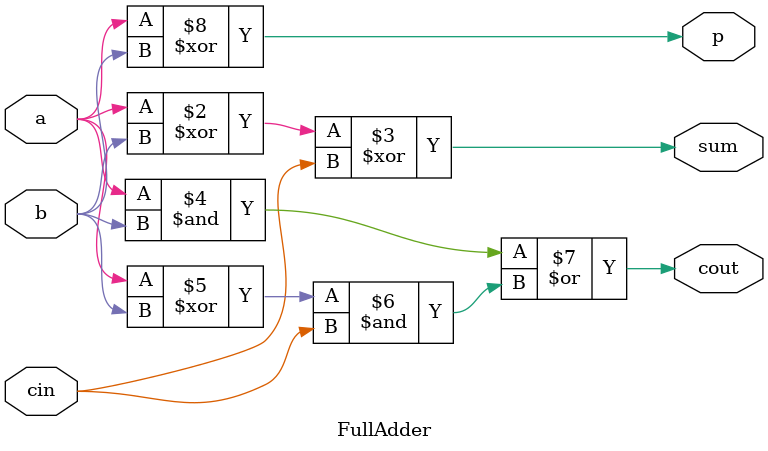
<source format=v>
`timescale 1ns / 1ps

module FullAdder(a, b, cin, sum, cout, p);

input a, b, cin;
output reg sum, cout, p;

always @(*) begin
    sum = a^b^cin;
    cout = (a&b)|((a^b)&cin);
    p = a^b;
end

endmodule

</source>
